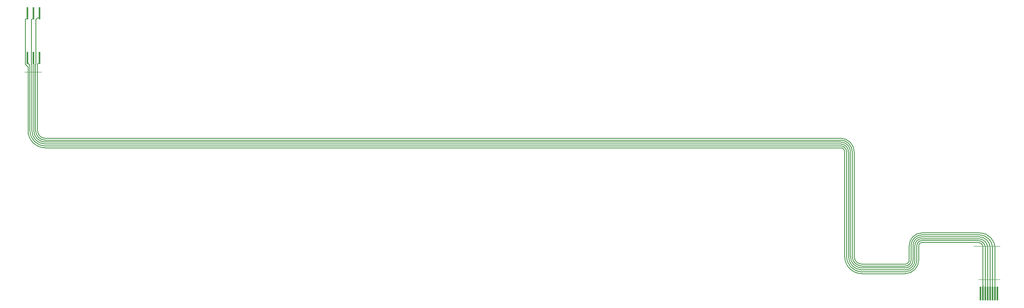
<source format=gtl>
G04*
G04 #@! TF.GenerationSoftware,Altium Limited,Altium Designer,19.1.8 (144)*
G04*
G04 Layer_Physical_Order=1*
G04 Layer_Color=255*
%FSLAX43Y43*%
%MOMM*%
G71*
G01*
G75*
%ADD13C,0.013*%
%ADD14R,0.450X2.500*%
%ADD15R,0.300X3.000*%
%ADD17C,0.175*%
G36*
X-199278Y49633D02*
X-199340Y49693D01*
X-199491Y49827D01*
X-199531Y49855D01*
X-199566Y49876D01*
X-199595Y49889D01*
X-199618Y49894D01*
X-199637Y49891D01*
X-199649Y49881D01*
X-199448Y50174D01*
X-199454Y50157D01*
X-199452Y50134D01*
X-199441Y50105D01*
X-199423Y50070D01*
X-199396Y50029D01*
X-199361Y49983D01*
X-199266Y49874D01*
X-199139Y49741D01*
X-199278Y49633D01*
D02*
G37*
G36*
X-198445Y49531D02*
X-198446Y49598D01*
X-198459Y49757D01*
X-198467Y49795D01*
X-198476Y49827D01*
X-198488Y49852D01*
X-198501Y49870D01*
X-198516Y49880D01*
X-198532Y49884D01*
X-198182D01*
X-198199Y49880D01*
X-198214Y49870D01*
X-198227Y49852D01*
X-198238Y49827D01*
X-198248Y49795D01*
X-198256Y49757D01*
X-198262Y49711D01*
X-198269Y49598D01*
X-198270Y49531D01*
X-198445D01*
D02*
G37*
G36*
X1087Y3371D02*
X1088Y3304D01*
X1102Y3108D01*
X1109Y3077D01*
X1117Y3052D01*
X1126Y3035D01*
X1136Y3024D01*
X1147Y3021D01*
X853D01*
X864Y3024D01*
X874Y3035D01*
X883Y3052D01*
X891Y3077D01*
X898Y3108D01*
X903Y3147D01*
X910Y3245D01*
X913Y3371D01*
X1087D01*
D02*
G37*
G36*
X1587D02*
X1588Y3304D01*
X1602Y3108D01*
X1609Y3077D01*
X1617Y3052D01*
X1626Y3035D01*
X1636Y3024D01*
X1647Y3021D01*
X1353D01*
X1364Y3024D01*
X1374Y3035D01*
X1383Y3052D01*
X1391Y3077D01*
X1398Y3108D01*
X1403Y3147D01*
X1410Y3245D01*
X1413Y3371D01*
X1587D01*
D02*
G37*
G36*
X2088D02*
X2088Y3304D01*
X2102Y3108D01*
X2109Y3077D01*
X2117Y3052D01*
X2126Y3035D01*
X2136Y3024D01*
X2147Y3021D01*
X1853D01*
X1864Y3024D01*
X1874Y3035D01*
X1883Y3052D01*
X1891Y3077D01*
X1898Y3108D01*
X1903Y3147D01*
X1910Y3245D01*
X1913Y3371D01*
X2088D01*
D02*
G37*
G36*
X2588D02*
X2588Y3304D01*
X2602Y3108D01*
X2609Y3077D01*
X2617Y3052D01*
X2626Y3035D01*
X2636Y3024D01*
X2647Y3021D01*
X2353D01*
X2364Y3024D01*
X2374Y3035D01*
X2383Y3052D01*
X2391Y3077D01*
X2398Y3108D01*
X2403Y3147D01*
X2410Y3245D01*
X2412Y3371D01*
X2588D01*
D02*
G37*
G36*
X3088D02*
X3088Y3304D01*
X3102Y3108D01*
X3109Y3077D01*
X3117Y3052D01*
X3126Y3035D01*
X3136Y3024D01*
X3147Y3021D01*
X2853D01*
X2864Y3024D01*
X2874Y3035D01*
X2883Y3052D01*
X2891Y3077D01*
X2898Y3108D01*
X2903Y3147D01*
X2910Y3245D01*
X2912Y3371D01*
X3088D01*
D02*
G37*
G36*
X3588D02*
X3588Y3304D01*
X3602Y3108D01*
X3609Y3077D01*
X3617Y3052D01*
X3626Y3035D01*
X3636Y3024D01*
X3647Y3021D01*
X3353D01*
X3364Y3024D01*
X3374Y3035D01*
X3383Y3052D01*
X3391Y3077D01*
X3398Y3108D01*
X3403Y3147D01*
X3410Y3245D01*
X3412Y3371D01*
X3588D01*
D02*
G37*
D13*
X0Y4500D02*
X4500D01*
X-1000Y11528D02*
X4500D01*
X-200318Y48168D02*
X-196762D01*
D14*
X-199670Y51128D02*
D03*
X-198400D02*
D03*
X-197130D02*
D03*
Y60528D02*
D03*
X-198400D02*
D03*
X-199670D02*
D03*
D15*
X4000Y1524D02*
D03*
X3500D02*
D03*
X2500D02*
D03*
X3000D02*
D03*
X2000D02*
D03*
X1500D02*
D03*
X1000D02*
D03*
X500D02*
D03*
D17*
X-11866Y14272D02*
G03*
X-14497Y11642I0J-2630D01*
G01*
X3500Y11124D02*
G03*
X352Y14272I-3149J0D01*
G01*
X-26052Y9338D02*
G03*
X-24431Y7716I1621J0D01*
G01*
X-15369D02*
G03*
X-14497Y8588I0J872D01*
G01*
X-197557Y35850D02*
G03*
X-195925Y34218I1633J0D01*
G01*
X-26052Y31373D02*
G03*
X-28897Y34218I-2845J0D01*
G01*
X3000Y11124D02*
G03*
X252Y13872I-2749J0D01*
G01*
X-11866D02*
G03*
X-14097Y11642I0J-2230D01*
G01*
X-26452Y31373D02*
G03*
X-28897Y33818I-2445J0D01*
G01*
X-15369Y7316D02*
G03*
X-14097Y8588I0J1272D01*
G01*
X-26452Y9338D02*
G03*
X-24431Y7316I2021J0D01*
G01*
X-197957Y35850D02*
G03*
X-195925Y33818I2033J0D01*
G01*
X-11866Y13472D02*
G03*
X-13697Y11642I0J-1830D01*
G01*
X2500Y11124D02*
G03*
X152Y13472I-2349J0D01*
G01*
X-15369Y6916D02*
G03*
X-13697Y8588I0J1672D01*
G01*
X-198357Y35850D02*
G03*
X-195925Y33418I2433J0D01*
G01*
X-26852Y9338D02*
G03*
X-24431Y6916I2421J0D01*
G01*
X-26852Y31373D02*
G03*
X-28897Y33418I-2045J0D01*
G01*
X-11866Y13072D02*
G03*
X-13297Y11642I0J-1430D01*
G01*
X2000Y11124D02*
G03*
X52Y13072I-1949J0D01*
G01*
X-27252Y31373D02*
G03*
X-28897Y33018I-1645J0D01*
G01*
X-15369Y6516D02*
G03*
X-13297Y8588I0J2072D01*
G01*
X-27252Y9338D02*
G03*
X-24431Y6516I2821J0D01*
G01*
X-198757Y35850D02*
G03*
X-195925Y33018I2833J0D01*
G01*
X-11866Y12672D02*
G03*
X-12897Y11642I0J-1030D01*
G01*
X1500Y11160D02*
G03*
X-12Y12672I-1512J0D01*
G01*
X-27652Y31373D02*
G03*
X-28897Y32618I-1245J0D01*
G01*
X-15369Y6116D02*
G03*
X-12897Y8588I0J2472D01*
G01*
X-27652Y9338D02*
G03*
X-24431Y6116I3221J0D01*
G01*
X-199157Y35850D02*
G03*
X-195925Y32618I3233J0D01*
G01*
X-11866Y12272D02*
G03*
X-12497Y11642I0J-630D01*
G01*
X1000Y11260D02*
G03*
X-12Y12272I-1012J0D01*
G01*
X-28052Y31373D02*
G03*
X-28897Y32218I-845J0D01*
G01*
X-15369Y5716D02*
G03*
X-12497Y8588I0J2872D01*
G01*
X-28052Y9338D02*
G03*
X-24431Y5716I3621J0D01*
G01*
X-199557Y35850D02*
G03*
X-195925Y32218I3633J0D01*
G01*
X-11866Y14272D02*
X352D01*
X-14497Y8588D02*
Y11642D01*
X-26052Y9338D02*
Y31373D01*
X3500Y1524D02*
Y11124D01*
X-24431Y7716D02*
X-15369D01*
X-195925Y34218D02*
X-28897D01*
X-197557Y35850D02*
Y49863D01*
X-11866Y13872D02*
X252D01*
X-14097Y8588D02*
Y11642D01*
X-195924Y33818D02*
X-28897D01*
X-26452Y9338D02*
Y31373D01*
X3000Y1524D02*
Y11124D01*
X-24431Y7316D02*
X-15369D01*
X-195925Y33818D02*
X-195924Y33818D01*
X-197957Y35850D02*
Y49759D01*
Y35850D02*
Y35850D01*
X-11866Y13472D02*
X152D01*
X-13697Y8588D02*
Y11642D01*
X2500Y1524D02*
Y11124D01*
X-24431Y6916D02*
X-15369D01*
X-198357Y35850D02*
Y51070D01*
X-26852Y9338D02*
Y31373D01*
X-195925Y33418D02*
X-28897D01*
X-11866Y13072D02*
X52D01*
X-27252Y9338D02*
Y31373D01*
X-13297Y8588D02*
Y11642D01*
X2000Y1524D02*
Y11124D01*
X-24431Y6516D02*
X-15369D01*
X-195925Y33018D02*
X-195924Y33018D01*
X-28897D01*
X-198757Y35850D02*
Y49674D01*
X-11866Y12672D02*
X-12D01*
X-27652Y9338D02*
Y31373D01*
X-12897Y8588D02*
Y11642D01*
X1500Y1524D02*
Y11160D01*
X-24431Y6116D02*
X-15369D01*
X-195925Y32618D02*
X-195924Y32618D01*
X-28897D01*
X-199157Y35850D02*
Y49636D01*
Y35850D02*
Y35850D01*
X-11866Y12272D02*
X-12D01*
X-195925Y32218D02*
X-28897D01*
X-28052Y9338D02*
Y31373D01*
X1000Y1524D02*
Y11260D01*
X-12497Y8588D02*
Y11642D01*
X-24431Y5716D02*
X-15369D01*
X-199557Y35850D02*
Y49204D01*
X-199670Y50103D02*
Y51128D01*
Y50103D02*
X-199533Y49965D01*
X-199486D01*
X-199157Y49636D01*
X-198863Y49779D02*
X-198757Y49674D01*
X-200030Y59391D02*
X-199808D01*
X-200133Y59289D02*
X-200030Y59391D01*
X-198655Y59365D02*
X-198538D01*
X-198863Y59158D02*
X-198655Y59365D01*
X-197455Y49965D02*
X-197268D01*
X-197557Y49863D02*
X-197455Y49965D01*
X-197957Y49759D02*
X-197938Y49779D01*
X-197130Y50103D02*
Y51128D01*
X-197268Y49965D02*
X-197130Y50103D01*
X-197268Y59648D02*
X-197130Y59785D01*
Y60528D01*
X-197515Y59648D02*
X-197268D01*
X-200133Y49779D02*
X-199557Y49204D01*
X-199670Y59529D02*
Y60528D01*
X-199808Y59391D02*
X-199670Y59529D01*
X-197938Y59225D02*
X-197515Y59648D01*
X-200133Y49779D02*
Y59289D01*
X-198863Y49779D02*
Y59158D01*
X-197938Y49779D02*
Y59225D01*
X-198400Y59503D02*
Y60528D01*
X-198538Y59365D02*
X-198400Y59503D01*
M02*

</source>
